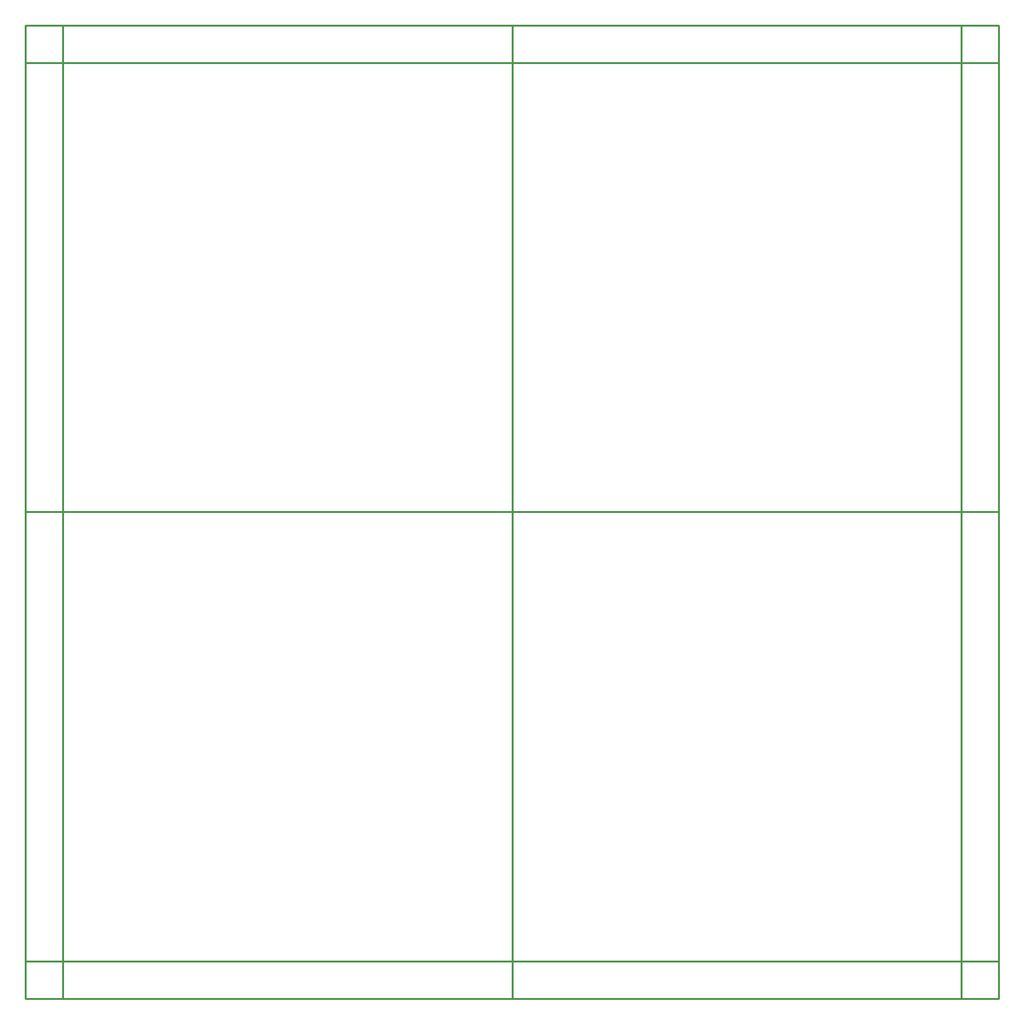
<source format=gko>
%FSTAX23Y23*%
%MOMM*%
%SFA1B1*%

%IPPOS*%
%ADD45C,0.253999*%
%LNsnarc_panel-1*%
%LPD*%
G54D45*
X0Y64999D02*
X04999D01*
X124999D02*
X129999D01*
X0Y0D02*
X129999D01*
X64999D02*
Y04999D01*
X124999Y0D02*
Y04999D01*
X129999*
X04999Y0D02*
Y04999D01*
X0D02*
X04999D01*
X124999Y124999D02*
X129999D01*
X124999D02*
Y129999D01*
X0Y124999D02*
X04999D01*
Y129999*
X64999Y124999D02*
Y129999D01*
X0Y0D02*
Y129999D01*
X129999*
Y0D02*
Y129999D01*
X04999Y04999D02*
X64999D01*
Y64999*
X04999D02*
X64999D01*
X04999Y04999D02*
Y64999D01*
X64999Y04999D02*
X124999D01*
Y64999*
X64999D02*
X124999D01*
X64999Y04999D02*
Y64999D01*
X04999D02*
X64999D01*
Y124999*
X04999D02*
X64999D01*
X04999Y64999D02*
Y124999D01*
X64999Y64999D02*
X124999D01*
Y124999*
X64999D02*
X124999D01*
X64999Y64999D02*
Y124999D01*
M02*
</source>
